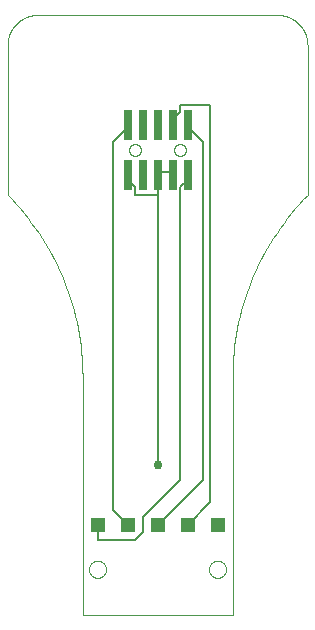
<source format=gbl>
G75*
%MOIN*%
%OFA0B0*%
%FSLAX25Y25*%
%IPPOS*%
%LPD*%
%AMOC8*
5,1,8,0,0,1.08239X$1,22.5*
%
%ADD10C,0.00000*%
%ADD11R,0.02992X0.10236*%
%ADD12R,0.05150X0.05150*%
%ADD13C,0.00600*%
%ADD14C,0.02978*%
D10*
X0026000Y0001000D02*
X0026000Y0080645D01*
X0025976Y0082676D01*
X0025903Y0084706D01*
X0025783Y0086734D01*
X0025614Y0088759D01*
X0025396Y0090778D01*
X0025131Y0092792D01*
X0024818Y0094799D01*
X0024458Y0096799D01*
X0024049Y0098789D01*
X0023594Y0100768D01*
X0023092Y0102736D01*
X0022543Y0104692D01*
X0021947Y0106634D01*
X0021306Y0108562D01*
X0020618Y0110474D01*
X0019886Y0112368D01*
X0019108Y0114245D01*
X0018287Y0116103D01*
X0017421Y0117940D01*
X0016512Y0119757D01*
X0015559Y0121551D01*
X0014565Y0123322D01*
X0013528Y0125070D01*
X0012450Y0126791D01*
X0011332Y0128487D01*
X0010173Y0130156D01*
X0008975Y0131796D01*
X0007739Y0133408D01*
X0006464Y0134990D01*
X0005152Y0136541D01*
X0003804Y0138060D01*
X0002419Y0139547D01*
X0001000Y0141000D01*
X0001000Y0191000D01*
X0001003Y0191242D01*
X0001012Y0191483D01*
X0001026Y0191724D01*
X0001047Y0191965D01*
X0001073Y0192205D01*
X0001105Y0192445D01*
X0001143Y0192684D01*
X0001186Y0192921D01*
X0001236Y0193158D01*
X0001291Y0193393D01*
X0001351Y0193627D01*
X0001418Y0193859D01*
X0001489Y0194090D01*
X0001567Y0194319D01*
X0001650Y0194546D01*
X0001738Y0194771D01*
X0001832Y0194994D01*
X0001931Y0195214D01*
X0002036Y0195432D01*
X0002145Y0195647D01*
X0002260Y0195860D01*
X0002380Y0196070D01*
X0002505Y0196276D01*
X0002635Y0196480D01*
X0002770Y0196681D01*
X0002910Y0196878D01*
X0003054Y0197072D01*
X0003203Y0197262D01*
X0003357Y0197448D01*
X0003515Y0197631D01*
X0003677Y0197810D01*
X0003844Y0197985D01*
X0004015Y0198156D01*
X0004190Y0198323D01*
X0004369Y0198485D01*
X0004552Y0198643D01*
X0004738Y0198797D01*
X0004928Y0198946D01*
X0005122Y0199090D01*
X0005319Y0199230D01*
X0005520Y0199365D01*
X0005724Y0199495D01*
X0005930Y0199620D01*
X0006140Y0199740D01*
X0006353Y0199855D01*
X0006568Y0199964D01*
X0006786Y0200069D01*
X0007006Y0200168D01*
X0007229Y0200262D01*
X0007454Y0200350D01*
X0007681Y0200433D01*
X0007910Y0200511D01*
X0008141Y0200582D01*
X0008373Y0200649D01*
X0008607Y0200709D01*
X0008842Y0200764D01*
X0009079Y0200814D01*
X0009316Y0200857D01*
X0009555Y0200895D01*
X0009795Y0200927D01*
X0010035Y0200953D01*
X0010276Y0200974D01*
X0010517Y0200988D01*
X0010758Y0200997D01*
X0011000Y0201000D01*
X0091000Y0201000D01*
X0091242Y0200997D01*
X0091483Y0200988D01*
X0091724Y0200974D01*
X0091965Y0200953D01*
X0092205Y0200927D01*
X0092445Y0200895D01*
X0092684Y0200857D01*
X0092921Y0200814D01*
X0093158Y0200764D01*
X0093393Y0200709D01*
X0093627Y0200649D01*
X0093859Y0200582D01*
X0094090Y0200511D01*
X0094319Y0200433D01*
X0094546Y0200350D01*
X0094771Y0200262D01*
X0094994Y0200168D01*
X0095214Y0200069D01*
X0095432Y0199964D01*
X0095647Y0199855D01*
X0095860Y0199740D01*
X0096070Y0199620D01*
X0096276Y0199495D01*
X0096480Y0199365D01*
X0096681Y0199230D01*
X0096878Y0199090D01*
X0097072Y0198946D01*
X0097262Y0198797D01*
X0097448Y0198643D01*
X0097631Y0198485D01*
X0097810Y0198323D01*
X0097985Y0198156D01*
X0098156Y0197985D01*
X0098323Y0197810D01*
X0098485Y0197631D01*
X0098643Y0197448D01*
X0098797Y0197262D01*
X0098946Y0197072D01*
X0099090Y0196878D01*
X0099230Y0196681D01*
X0099365Y0196480D01*
X0099495Y0196276D01*
X0099620Y0196070D01*
X0099740Y0195860D01*
X0099855Y0195647D01*
X0099964Y0195432D01*
X0100069Y0195214D01*
X0100168Y0194994D01*
X0100262Y0194771D01*
X0100350Y0194546D01*
X0100433Y0194319D01*
X0100511Y0194090D01*
X0100582Y0193859D01*
X0100649Y0193627D01*
X0100709Y0193393D01*
X0100764Y0193158D01*
X0100814Y0192921D01*
X0100857Y0192684D01*
X0100895Y0192445D01*
X0100927Y0192205D01*
X0100953Y0191965D01*
X0100974Y0191724D01*
X0100988Y0191483D01*
X0100997Y0191242D01*
X0101000Y0191000D01*
X0101000Y0141000D01*
X0076000Y0080645D02*
X0076000Y0001000D01*
X0026000Y0001000D01*
X0028146Y0016197D02*
X0028148Y0016304D01*
X0028154Y0016410D01*
X0028164Y0016517D01*
X0028178Y0016622D01*
X0028196Y0016728D01*
X0028218Y0016832D01*
X0028243Y0016936D01*
X0028273Y0017038D01*
X0028306Y0017140D01*
X0028343Y0017240D01*
X0028384Y0017338D01*
X0028429Y0017435D01*
X0028477Y0017531D01*
X0028528Y0017624D01*
X0028583Y0017715D01*
X0028642Y0017805D01*
X0028704Y0017892D01*
X0028769Y0017976D01*
X0028837Y0018059D01*
X0028908Y0018138D01*
X0028982Y0018215D01*
X0029059Y0018289D01*
X0029138Y0018360D01*
X0029221Y0018428D01*
X0029305Y0018493D01*
X0029392Y0018555D01*
X0029482Y0018614D01*
X0029573Y0018669D01*
X0029666Y0018720D01*
X0029762Y0018768D01*
X0029859Y0018813D01*
X0029957Y0018854D01*
X0030057Y0018891D01*
X0030159Y0018924D01*
X0030261Y0018954D01*
X0030365Y0018979D01*
X0030469Y0019001D01*
X0030575Y0019019D01*
X0030680Y0019033D01*
X0030787Y0019043D01*
X0030893Y0019049D01*
X0031000Y0019051D01*
X0031107Y0019049D01*
X0031213Y0019043D01*
X0031320Y0019033D01*
X0031425Y0019019D01*
X0031531Y0019001D01*
X0031635Y0018979D01*
X0031739Y0018954D01*
X0031841Y0018924D01*
X0031943Y0018891D01*
X0032043Y0018854D01*
X0032141Y0018813D01*
X0032238Y0018768D01*
X0032334Y0018720D01*
X0032427Y0018669D01*
X0032518Y0018614D01*
X0032608Y0018555D01*
X0032695Y0018493D01*
X0032779Y0018428D01*
X0032862Y0018360D01*
X0032941Y0018289D01*
X0033018Y0018215D01*
X0033092Y0018138D01*
X0033163Y0018059D01*
X0033231Y0017976D01*
X0033296Y0017892D01*
X0033358Y0017805D01*
X0033417Y0017715D01*
X0033472Y0017624D01*
X0033523Y0017531D01*
X0033571Y0017435D01*
X0033616Y0017338D01*
X0033657Y0017240D01*
X0033694Y0017140D01*
X0033727Y0017038D01*
X0033757Y0016936D01*
X0033782Y0016832D01*
X0033804Y0016728D01*
X0033822Y0016622D01*
X0033836Y0016517D01*
X0033846Y0016410D01*
X0033852Y0016304D01*
X0033854Y0016197D01*
X0033852Y0016090D01*
X0033846Y0015984D01*
X0033836Y0015877D01*
X0033822Y0015772D01*
X0033804Y0015666D01*
X0033782Y0015562D01*
X0033757Y0015458D01*
X0033727Y0015356D01*
X0033694Y0015254D01*
X0033657Y0015154D01*
X0033616Y0015056D01*
X0033571Y0014959D01*
X0033523Y0014863D01*
X0033472Y0014770D01*
X0033417Y0014679D01*
X0033358Y0014589D01*
X0033296Y0014502D01*
X0033231Y0014418D01*
X0033163Y0014335D01*
X0033092Y0014256D01*
X0033018Y0014179D01*
X0032941Y0014105D01*
X0032862Y0014034D01*
X0032779Y0013966D01*
X0032695Y0013901D01*
X0032608Y0013839D01*
X0032518Y0013780D01*
X0032427Y0013725D01*
X0032334Y0013674D01*
X0032238Y0013626D01*
X0032141Y0013581D01*
X0032043Y0013540D01*
X0031943Y0013503D01*
X0031841Y0013470D01*
X0031739Y0013440D01*
X0031635Y0013415D01*
X0031531Y0013393D01*
X0031425Y0013375D01*
X0031320Y0013361D01*
X0031213Y0013351D01*
X0031107Y0013345D01*
X0031000Y0013343D01*
X0030893Y0013345D01*
X0030787Y0013351D01*
X0030680Y0013361D01*
X0030575Y0013375D01*
X0030469Y0013393D01*
X0030365Y0013415D01*
X0030261Y0013440D01*
X0030159Y0013470D01*
X0030057Y0013503D01*
X0029957Y0013540D01*
X0029859Y0013581D01*
X0029762Y0013626D01*
X0029666Y0013674D01*
X0029573Y0013725D01*
X0029482Y0013780D01*
X0029392Y0013839D01*
X0029305Y0013901D01*
X0029221Y0013966D01*
X0029138Y0014034D01*
X0029059Y0014105D01*
X0028982Y0014179D01*
X0028908Y0014256D01*
X0028837Y0014335D01*
X0028769Y0014418D01*
X0028704Y0014502D01*
X0028642Y0014589D01*
X0028583Y0014679D01*
X0028528Y0014770D01*
X0028477Y0014863D01*
X0028429Y0014959D01*
X0028384Y0015056D01*
X0028343Y0015154D01*
X0028306Y0015254D01*
X0028273Y0015356D01*
X0028243Y0015458D01*
X0028218Y0015562D01*
X0028196Y0015666D01*
X0028178Y0015772D01*
X0028164Y0015877D01*
X0028154Y0015984D01*
X0028148Y0016090D01*
X0028146Y0016197D01*
X0068146Y0016197D02*
X0068148Y0016304D01*
X0068154Y0016410D01*
X0068164Y0016517D01*
X0068178Y0016622D01*
X0068196Y0016728D01*
X0068218Y0016832D01*
X0068243Y0016936D01*
X0068273Y0017038D01*
X0068306Y0017140D01*
X0068343Y0017240D01*
X0068384Y0017338D01*
X0068429Y0017435D01*
X0068477Y0017531D01*
X0068528Y0017624D01*
X0068583Y0017715D01*
X0068642Y0017805D01*
X0068704Y0017892D01*
X0068769Y0017976D01*
X0068837Y0018059D01*
X0068908Y0018138D01*
X0068982Y0018215D01*
X0069059Y0018289D01*
X0069138Y0018360D01*
X0069221Y0018428D01*
X0069305Y0018493D01*
X0069392Y0018555D01*
X0069482Y0018614D01*
X0069573Y0018669D01*
X0069666Y0018720D01*
X0069762Y0018768D01*
X0069859Y0018813D01*
X0069957Y0018854D01*
X0070057Y0018891D01*
X0070159Y0018924D01*
X0070261Y0018954D01*
X0070365Y0018979D01*
X0070469Y0019001D01*
X0070575Y0019019D01*
X0070680Y0019033D01*
X0070787Y0019043D01*
X0070893Y0019049D01*
X0071000Y0019051D01*
X0071107Y0019049D01*
X0071213Y0019043D01*
X0071320Y0019033D01*
X0071425Y0019019D01*
X0071531Y0019001D01*
X0071635Y0018979D01*
X0071739Y0018954D01*
X0071841Y0018924D01*
X0071943Y0018891D01*
X0072043Y0018854D01*
X0072141Y0018813D01*
X0072238Y0018768D01*
X0072334Y0018720D01*
X0072427Y0018669D01*
X0072518Y0018614D01*
X0072608Y0018555D01*
X0072695Y0018493D01*
X0072779Y0018428D01*
X0072862Y0018360D01*
X0072941Y0018289D01*
X0073018Y0018215D01*
X0073092Y0018138D01*
X0073163Y0018059D01*
X0073231Y0017976D01*
X0073296Y0017892D01*
X0073358Y0017805D01*
X0073417Y0017715D01*
X0073472Y0017624D01*
X0073523Y0017531D01*
X0073571Y0017435D01*
X0073616Y0017338D01*
X0073657Y0017240D01*
X0073694Y0017140D01*
X0073727Y0017038D01*
X0073757Y0016936D01*
X0073782Y0016832D01*
X0073804Y0016728D01*
X0073822Y0016622D01*
X0073836Y0016517D01*
X0073846Y0016410D01*
X0073852Y0016304D01*
X0073854Y0016197D01*
X0073852Y0016090D01*
X0073846Y0015984D01*
X0073836Y0015877D01*
X0073822Y0015772D01*
X0073804Y0015666D01*
X0073782Y0015562D01*
X0073757Y0015458D01*
X0073727Y0015356D01*
X0073694Y0015254D01*
X0073657Y0015154D01*
X0073616Y0015056D01*
X0073571Y0014959D01*
X0073523Y0014863D01*
X0073472Y0014770D01*
X0073417Y0014679D01*
X0073358Y0014589D01*
X0073296Y0014502D01*
X0073231Y0014418D01*
X0073163Y0014335D01*
X0073092Y0014256D01*
X0073018Y0014179D01*
X0072941Y0014105D01*
X0072862Y0014034D01*
X0072779Y0013966D01*
X0072695Y0013901D01*
X0072608Y0013839D01*
X0072518Y0013780D01*
X0072427Y0013725D01*
X0072334Y0013674D01*
X0072238Y0013626D01*
X0072141Y0013581D01*
X0072043Y0013540D01*
X0071943Y0013503D01*
X0071841Y0013470D01*
X0071739Y0013440D01*
X0071635Y0013415D01*
X0071531Y0013393D01*
X0071425Y0013375D01*
X0071320Y0013361D01*
X0071213Y0013351D01*
X0071107Y0013345D01*
X0071000Y0013343D01*
X0070893Y0013345D01*
X0070787Y0013351D01*
X0070680Y0013361D01*
X0070575Y0013375D01*
X0070469Y0013393D01*
X0070365Y0013415D01*
X0070261Y0013440D01*
X0070159Y0013470D01*
X0070057Y0013503D01*
X0069957Y0013540D01*
X0069859Y0013581D01*
X0069762Y0013626D01*
X0069666Y0013674D01*
X0069573Y0013725D01*
X0069482Y0013780D01*
X0069392Y0013839D01*
X0069305Y0013901D01*
X0069221Y0013966D01*
X0069138Y0014034D01*
X0069059Y0014105D01*
X0068982Y0014179D01*
X0068908Y0014256D01*
X0068837Y0014335D01*
X0068769Y0014418D01*
X0068704Y0014502D01*
X0068642Y0014589D01*
X0068583Y0014679D01*
X0068528Y0014770D01*
X0068477Y0014863D01*
X0068429Y0014959D01*
X0068384Y0015056D01*
X0068343Y0015154D01*
X0068306Y0015254D01*
X0068273Y0015356D01*
X0068243Y0015458D01*
X0068218Y0015562D01*
X0068196Y0015666D01*
X0068178Y0015772D01*
X0068164Y0015877D01*
X0068154Y0015984D01*
X0068148Y0016090D01*
X0068146Y0016197D01*
X0076000Y0080645D02*
X0076024Y0082676D01*
X0076097Y0084706D01*
X0076217Y0086734D01*
X0076386Y0088759D01*
X0076604Y0090778D01*
X0076869Y0092792D01*
X0077182Y0094799D01*
X0077542Y0096799D01*
X0077951Y0098789D01*
X0078406Y0100768D01*
X0078908Y0102736D01*
X0079457Y0104692D01*
X0080053Y0106634D01*
X0080694Y0108562D01*
X0081382Y0110474D01*
X0082114Y0112368D01*
X0082892Y0114245D01*
X0083713Y0116103D01*
X0084579Y0117940D01*
X0085488Y0119757D01*
X0086441Y0121551D01*
X0087435Y0123322D01*
X0088472Y0125070D01*
X0089550Y0126791D01*
X0090668Y0128487D01*
X0091827Y0130156D01*
X0093025Y0131796D01*
X0094261Y0133408D01*
X0095536Y0134990D01*
X0096848Y0136541D01*
X0098196Y0138060D01*
X0099581Y0139547D01*
X0101000Y0141000D01*
X0056531Y0156000D02*
X0056533Y0156088D01*
X0056539Y0156176D01*
X0056549Y0156264D01*
X0056563Y0156352D01*
X0056580Y0156438D01*
X0056602Y0156524D01*
X0056627Y0156608D01*
X0056657Y0156692D01*
X0056689Y0156774D01*
X0056726Y0156854D01*
X0056766Y0156933D01*
X0056810Y0157010D01*
X0056857Y0157085D01*
X0056907Y0157157D01*
X0056961Y0157228D01*
X0057017Y0157295D01*
X0057077Y0157361D01*
X0057139Y0157423D01*
X0057205Y0157483D01*
X0057272Y0157539D01*
X0057343Y0157593D01*
X0057415Y0157643D01*
X0057490Y0157690D01*
X0057567Y0157734D01*
X0057646Y0157774D01*
X0057726Y0157811D01*
X0057808Y0157843D01*
X0057892Y0157873D01*
X0057976Y0157898D01*
X0058062Y0157920D01*
X0058148Y0157937D01*
X0058236Y0157951D01*
X0058324Y0157961D01*
X0058412Y0157967D01*
X0058500Y0157969D01*
X0058588Y0157967D01*
X0058676Y0157961D01*
X0058764Y0157951D01*
X0058852Y0157937D01*
X0058938Y0157920D01*
X0059024Y0157898D01*
X0059108Y0157873D01*
X0059192Y0157843D01*
X0059274Y0157811D01*
X0059354Y0157774D01*
X0059433Y0157734D01*
X0059510Y0157690D01*
X0059585Y0157643D01*
X0059657Y0157593D01*
X0059728Y0157539D01*
X0059795Y0157483D01*
X0059861Y0157423D01*
X0059923Y0157361D01*
X0059983Y0157295D01*
X0060039Y0157228D01*
X0060093Y0157157D01*
X0060143Y0157085D01*
X0060190Y0157010D01*
X0060234Y0156933D01*
X0060274Y0156854D01*
X0060311Y0156774D01*
X0060343Y0156692D01*
X0060373Y0156608D01*
X0060398Y0156524D01*
X0060420Y0156438D01*
X0060437Y0156352D01*
X0060451Y0156264D01*
X0060461Y0156176D01*
X0060467Y0156088D01*
X0060469Y0156000D01*
X0060467Y0155912D01*
X0060461Y0155824D01*
X0060451Y0155736D01*
X0060437Y0155648D01*
X0060420Y0155562D01*
X0060398Y0155476D01*
X0060373Y0155392D01*
X0060343Y0155308D01*
X0060311Y0155226D01*
X0060274Y0155146D01*
X0060234Y0155067D01*
X0060190Y0154990D01*
X0060143Y0154915D01*
X0060093Y0154843D01*
X0060039Y0154772D01*
X0059983Y0154705D01*
X0059923Y0154639D01*
X0059861Y0154577D01*
X0059795Y0154517D01*
X0059728Y0154461D01*
X0059657Y0154407D01*
X0059585Y0154357D01*
X0059510Y0154310D01*
X0059433Y0154266D01*
X0059354Y0154226D01*
X0059274Y0154189D01*
X0059192Y0154157D01*
X0059108Y0154127D01*
X0059024Y0154102D01*
X0058938Y0154080D01*
X0058852Y0154063D01*
X0058764Y0154049D01*
X0058676Y0154039D01*
X0058588Y0154033D01*
X0058500Y0154031D01*
X0058412Y0154033D01*
X0058324Y0154039D01*
X0058236Y0154049D01*
X0058148Y0154063D01*
X0058062Y0154080D01*
X0057976Y0154102D01*
X0057892Y0154127D01*
X0057808Y0154157D01*
X0057726Y0154189D01*
X0057646Y0154226D01*
X0057567Y0154266D01*
X0057490Y0154310D01*
X0057415Y0154357D01*
X0057343Y0154407D01*
X0057272Y0154461D01*
X0057205Y0154517D01*
X0057139Y0154577D01*
X0057077Y0154639D01*
X0057017Y0154705D01*
X0056961Y0154772D01*
X0056907Y0154843D01*
X0056857Y0154915D01*
X0056810Y0154990D01*
X0056766Y0155067D01*
X0056726Y0155146D01*
X0056689Y0155226D01*
X0056657Y0155308D01*
X0056627Y0155392D01*
X0056602Y0155476D01*
X0056580Y0155562D01*
X0056563Y0155648D01*
X0056549Y0155736D01*
X0056539Y0155824D01*
X0056533Y0155912D01*
X0056531Y0156000D01*
X0041531Y0156000D02*
X0041533Y0156088D01*
X0041539Y0156176D01*
X0041549Y0156264D01*
X0041563Y0156352D01*
X0041580Y0156438D01*
X0041602Y0156524D01*
X0041627Y0156608D01*
X0041657Y0156692D01*
X0041689Y0156774D01*
X0041726Y0156854D01*
X0041766Y0156933D01*
X0041810Y0157010D01*
X0041857Y0157085D01*
X0041907Y0157157D01*
X0041961Y0157228D01*
X0042017Y0157295D01*
X0042077Y0157361D01*
X0042139Y0157423D01*
X0042205Y0157483D01*
X0042272Y0157539D01*
X0042343Y0157593D01*
X0042415Y0157643D01*
X0042490Y0157690D01*
X0042567Y0157734D01*
X0042646Y0157774D01*
X0042726Y0157811D01*
X0042808Y0157843D01*
X0042892Y0157873D01*
X0042976Y0157898D01*
X0043062Y0157920D01*
X0043148Y0157937D01*
X0043236Y0157951D01*
X0043324Y0157961D01*
X0043412Y0157967D01*
X0043500Y0157969D01*
X0043588Y0157967D01*
X0043676Y0157961D01*
X0043764Y0157951D01*
X0043852Y0157937D01*
X0043938Y0157920D01*
X0044024Y0157898D01*
X0044108Y0157873D01*
X0044192Y0157843D01*
X0044274Y0157811D01*
X0044354Y0157774D01*
X0044433Y0157734D01*
X0044510Y0157690D01*
X0044585Y0157643D01*
X0044657Y0157593D01*
X0044728Y0157539D01*
X0044795Y0157483D01*
X0044861Y0157423D01*
X0044923Y0157361D01*
X0044983Y0157295D01*
X0045039Y0157228D01*
X0045093Y0157157D01*
X0045143Y0157085D01*
X0045190Y0157010D01*
X0045234Y0156933D01*
X0045274Y0156854D01*
X0045311Y0156774D01*
X0045343Y0156692D01*
X0045373Y0156608D01*
X0045398Y0156524D01*
X0045420Y0156438D01*
X0045437Y0156352D01*
X0045451Y0156264D01*
X0045461Y0156176D01*
X0045467Y0156088D01*
X0045469Y0156000D01*
X0045467Y0155912D01*
X0045461Y0155824D01*
X0045451Y0155736D01*
X0045437Y0155648D01*
X0045420Y0155562D01*
X0045398Y0155476D01*
X0045373Y0155392D01*
X0045343Y0155308D01*
X0045311Y0155226D01*
X0045274Y0155146D01*
X0045234Y0155067D01*
X0045190Y0154990D01*
X0045143Y0154915D01*
X0045093Y0154843D01*
X0045039Y0154772D01*
X0044983Y0154705D01*
X0044923Y0154639D01*
X0044861Y0154577D01*
X0044795Y0154517D01*
X0044728Y0154461D01*
X0044657Y0154407D01*
X0044585Y0154357D01*
X0044510Y0154310D01*
X0044433Y0154266D01*
X0044354Y0154226D01*
X0044274Y0154189D01*
X0044192Y0154157D01*
X0044108Y0154127D01*
X0044024Y0154102D01*
X0043938Y0154080D01*
X0043852Y0154063D01*
X0043764Y0154049D01*
X0043676Y0154039D01*
X0043588Y0154033D01*
X0043500Y0154031D01*
X0043412Y0154033D01*
X0043324Y0154039D01*
X0043236Y0154049D01*
X0043148Y0154063D01*
X0043062Y0154080D01*
X0042976Y0154102D01*
X0042892Y0154127D01*
X0042808Y0154157D01*
X0042726Y0154189D01*
X0042646Y0154226D01*
X0042567Y0154266D01*
X0042490Y0154310D01*
X0042415Y0154357D01*
X0042343Y0154407D01*
X0042272Y0154461D01*
X0042205Y0154517D01*
X0042139Y0154577D01*
X0042077Y0154639D01*
X0042017Y0154705D01*
X0041961Y0154772D01*
X0041907Y0154843D01*
X0041857Y0154915D01*
X0041810Y0154990D01*
X0041766Y0155067D01*
X0041726Y0155146D01*
X0041689Y0155226D01*
X0041657Y0155308D01*
X0041627Y0155392D01*
X0041602Y0155476D01*
X0041580Y0155562D01*
X0041563Y0155648D01*
X0041549Y0155736D01*
X0041539Y0155824D01*
X0041533Y0155912D01*
X0041531Y0156000D01*
D11*
X0041000Y0147535D03*
X0046000Y0147535D03*
X0051000Y0147535D03*
X0056000Y0147535D03*
X0061000Y0147535D03*
X0061000Y0164465D03*
X0056000Y0164465D03*
X0051000Y0164465D03*
X0046000Y0164465D03*
X0041000Y0164465D03*
D12*
X0041000Y0031000D03*
X0031000Y0031000D03*
X0051000Y0031000D03*
X0061000Y0031000D03*
X0071000Y0031000D03*
D13*
X0068500Y0038500D02*
X0061000Y0031000D01*
X0051000Y0031000D02*
X0066000Y0046000D01*
X0066000Y0158500D01*
X0061000Y0163500D01*
X0061000Y0164465D01*
X0058500Y0168500D02*
X0058500Y0171000D01*
X0068500Y0171000D01*
X0068500Y0038500D01*
X0058500Y0046000D02*
X0046000Y0033500D01*
X0046000Y0028500D01*
X0043500Y0026000D01*
X0031000Y0026000D01*
X0031000Y0031000D01*
X0036000Y0036000D02*
X0041000Y0031000D01*
X0036000Y0036000D02*
X0036000Y0158500D01*
X0041000Y0163500D01*
X0041000Y0164465D01*
X0041000Y0147535D02*
X0041000Y0146000D01*
X0043500Y0143500D01*
X0043500Y0141000D01*
X0051000Y0141000D01*
X0051000Y0051000D01*
X0058500Y0046000D02*
X0058500Y0143500D01*
X0061000Y0146000D01*
X0061000Y0147535D01*
X0056000Y0147535D02*
X0056000Y0148500D01*
X0051000Y0148500D01*
X0051000Y0147535D01*
X0051000Y0141000D01*
X0056000Y0164465D02*
X0056000Y0166000D01*
X0058500Y0168500D01*
D14*
X0051000Y0051000D03*
M02*

</source>
